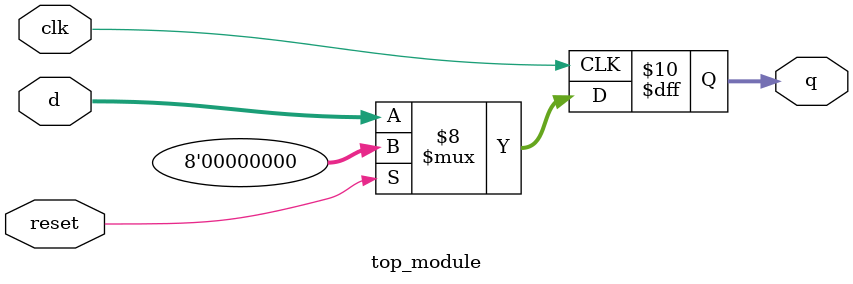
<source format=v>
module top_module (
    input clk,reset,            
    input [7:0] d,
    output [7:0] q
);
	integer i;
    always @(posedge clk)
        begin
            if(reset==0)
                begin
                    for(i=0; i<8; i=i+1)
                        q <= d;
                end
            else
            	q <= 0;
        end
endmodule

</source>
